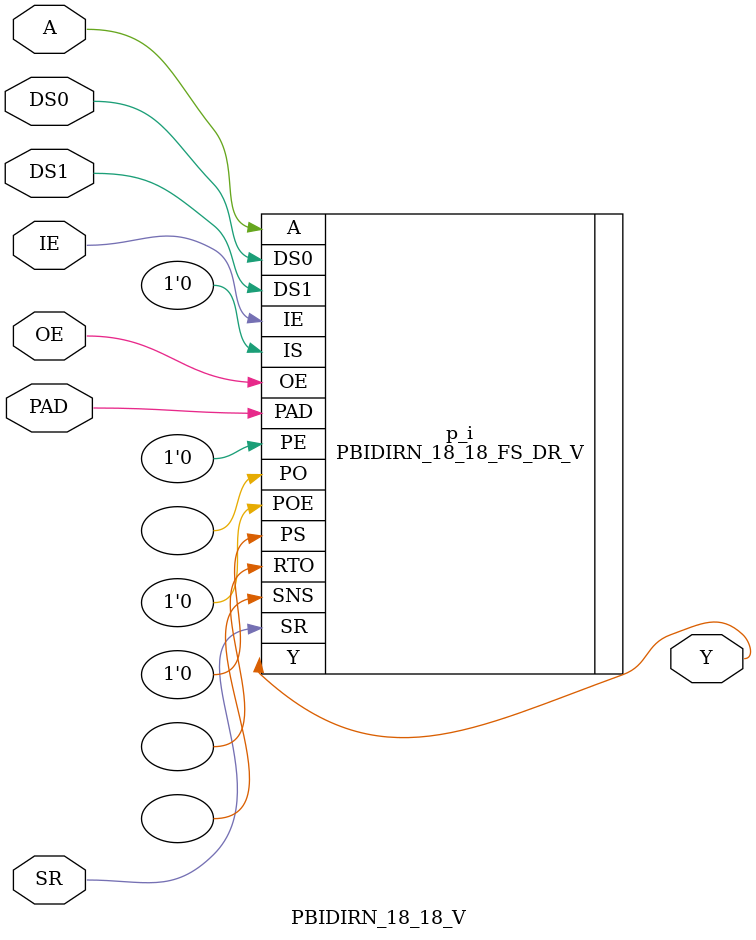
<source format=v>

module PBIDIRN_18_18_H
  (
   PAD,
   Y,
   A,
   OE,
   DS0,
   DS1,
   SR,
   IE
   );

   inout PAD;
   output Y;
   input A;
   input OE;
   input DS0;
   input DS1;
   input SR;
   input IE;

   PBIDIRN_18_18_FS_DR_H p_i
     (
      .PAD(PAD),
      .Y(Y),
      .PO( ),
      .A(A),
      .OE(OE),
      .DS0(DS0),
      .DS1(DS1),
      .SR(SR),
      .PS(1'b0),
      .PE(1'b0),
      .IE(IE),
      .IS(1'b0),
      .POE(1'b0),
      .RTO( ),
      .SNS( )
      );

endmodule

module PBIDIRN_18_18_V
  (
   PAD,
   Y,
   A,
   OE,
   DS0,
   DS1,
   SR,
   IE
   );

   inout PAD;
   output Y;
   input A;
   input OE;
   input DS0;
   input DS1;
   input SR;
   input IE;

   PBIDIRN_18_18_FS_DR_V p_i
     (
      .PAD(PAD),
      .Y(Y),
      .PO( ),
      .A(A),
      .OE(OE),
      .DS0(DS0),
      .DS1(DS1),
      .SR(SR),
      .PS(1'b0),
      .PE(1'b0),
      .IE(IE),
      .IS(1'b0),
      .POE(1'b0),
      .RTO( ),
      .SNS( )
      );

endmodule

</source>
